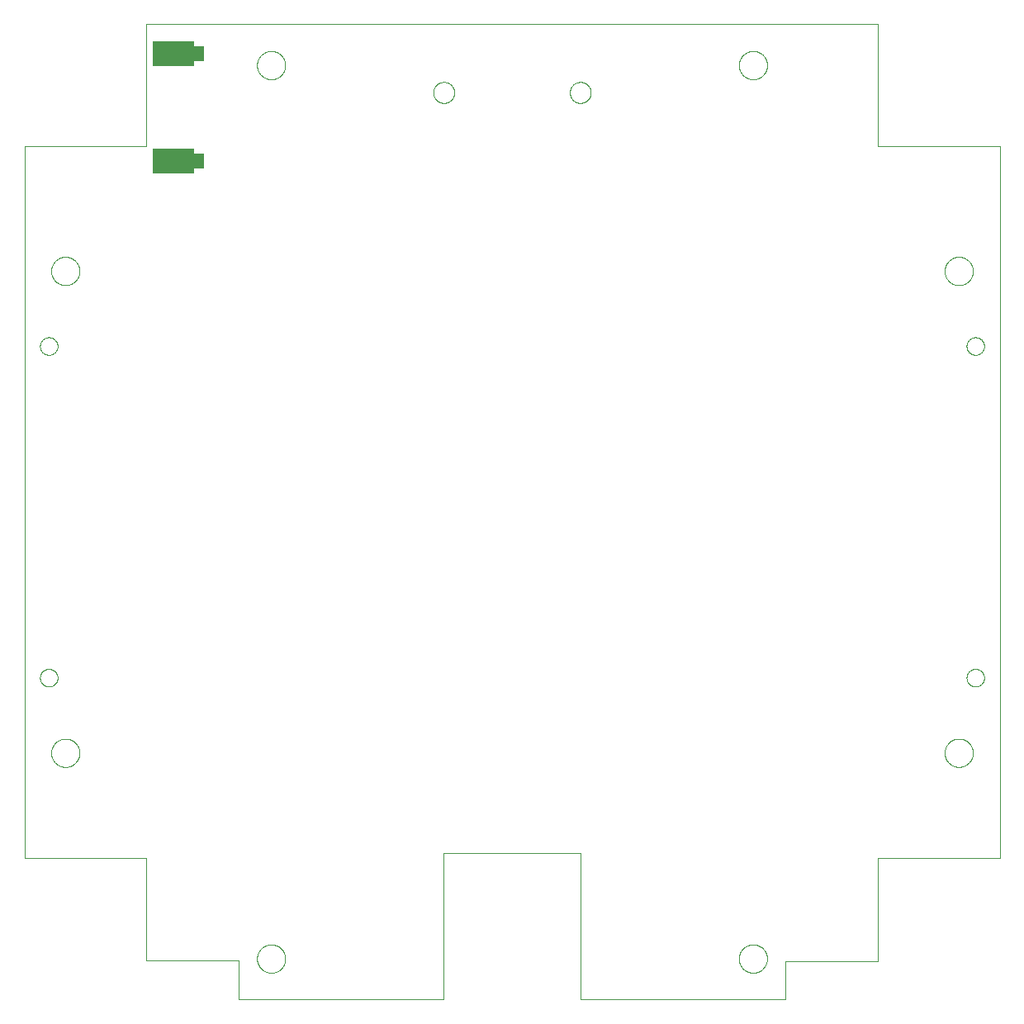
<source format=gtp>
G75*
%MOIN*%
%OFA0B0*%
%FSLAX25Y25*%
%IPPOS*%
%LPD*%
%AMOC8*
5,1,8,0,0,1.08239X$1,22.5*
%
%ADD10C,0.00000*%
%ADD11R,0.16535X0.10236*%
%ADD12R,0.05000X0.05906*%
D10*
X0070882Y0037378D02*
X0108087Y0037378D01*
X0108087Y0021669D01*
X0190961Y0021669D01*
X0190961Y0080724D01*
X0246079Y0080724D01*
X0246079Y0021669D01*
X0328953Y0021669D01*
X0328953Y0037220D01*
X0366157Y0037220D01*
X0366157Y0078756D01*
X0415370Y0078756D01*
X0415370Y0366157D01*
X0366157Y0366157D01*
X0366157Y0415370D01*
X0070882Y0415370D01*
X0070882Y0366157D01*
X0021669Y0366157D01*
X0021669Y0078756D01*
X0070882Y0078756D01*
X0070882Y0037378D01*
X0115567Y0038205D02*
X0115569Y0038356D01*
X0115575Y0038506D01*
X0115585Y0038657D01*
X0115599Y0038807D01*
X0115617Y0038956D01*
X0115638Y0039106D01*
X0115664Y0039254D01*
X0115694Y0039402D01*
X0115727Y0039549D01*
X0115765Y0039695D01*
X0115806Y0039840D01*
X0115851Y0039984D01*
X0115900Y0040126D01*
X0115953Y0040267D01*
X0116009Y0040407D01*
X0116069Y0040545D01*
X0116132Y0040682D01*
X0116200Y0040817D01*
X0116270Y0040950D01*
X0116344Y0041081D01*
X0116422Y0041210D01*
X0116503Y0041337D01*
X0116587Y0041462D01*
X0116675Y0041585D01*
X0116766Y0041705D01*
X0116860Y0041823D01*
X0116957Y0041938D01*
X0117057Y0042051D01*
X0117160Y0042161D01*
X0117266Y0042268D01*
X0117375Y0042373D01*
X0117486Y0042474D01*
X0117600Y0042573D01*
X0117716Y0042668D01*
X0117836Y0042761D01*
X0117957Y0042850D01*
X0118081Y0042936D01*
X0118207Y0043019D01*
X0118335Y0043098D01*
X0118465Y0043174D01*
X0118597Y0043247D01*
X0118731Y0043315D01*
X0118867Y0043381D01*
X0119005Y0043443D01*
X0119144Y0043501D01*
X0119284Y0043555D01*
X0119426Y0043606D01*
X0119569Y0043653D01*
X0119714Y0043696D01*
X0119859Y0043735D01*
X0120006Y0043771D01*
X0120153Y0043802D01*
X0120301Y0043830D01*
X0120450Y0043854D01*
X0120599Y0043874D01*
X0120749Y0043890D01*
X0120899Y0043902D01*
X0121050Y0043910D01*
X0121201Y0043914D01*
X0121351Y0043914D01*
X0121502Y0043910D01*
X0121653Y0043902D01*
X0121803Y0043890D01*
X0121953Y0043874D01*
X0122102Y0043854D01*
X0122251Y0043830D01*
X0122399Y0043802D01*
X0122546Y0043771D01*
X0122693Y0043735D01*
X0122838Y0043696D01*
X0122983Y0043653D01*
X0123126Y0043606D01*
X0123268Y0043555D01*
X0123408Y0043501D01*
X0123547Y0043443D01*
X0123685Y0043381D01*
X0123821Y0043315D01*
X0123955Y0043247D01*
X0124087Y0043174D01*
X0124217Y0043098D01*
X0124345Y0043019D01*
X0124471Y0042936D01*
X0124595Y0042850D01*
X0124716Y0042761D01*
X0124836Y0042668D01*
X0124952Y0042573D01*
X0125066Y0042474D01*
X0125177Y0042373D01*
X0125286Y0042268D01*
X0125392Y0042161D01*
X0125495Y0042051D01*
X0125595Y0041938D01*
X0125692Y0041823D01*
X0125786Y0041705D01*
X0125877Y0041585D01*
X0125965Y0041462D01*
X0126049Y0041337D01*
X0126130Y0041210D01*
X0126208Y0041081D01*
X0126282Y0040950D01*
X0126352Y0040817D01*
X0126420Y0040682D01*
X0126483Y0040545D01*
X0126543Y0040407D01*
X0126599Y0040267D01*
X0126652Y0040126D01*
X0126701Y0039984D01*
X0126746Y0039840D01*
X0126787Y0039695D01*
X0126825Y0039549D01*
X0126858Y0039402D01*
X0126888Y0039254D01*
X0126914Y0039106D01*
X0126935Y0038956D01*
X0126953Y0038807D01*
X0126967Y0038657D01*
X0126977Y0038506D01*
X0126983Y0038356D01*
X0126985Y0038205D01*
X0126983Y0038054D01*
X0126977Y0037904D01*
X0126967Y0037753D01*
X0126953Y0037603D01*
X0126935Y0037454D01*
X0126914Y0037304D01*
X0126888Y0037156D01*
X0126858Y0037008D01*
X0126825Y0036861D01*
X0126787Y0036715D01*
X0126746Y0036570D01*
X0126701Y0036426D01*
X0126652Y0036284D01*
X0126599Y0036143D01*
X0126543Y0036003D01*
X0126483Y0035865D01*
X0126420Y0035728D01*
X0126352Y0035593D01*
X0126282Y0035460D01*
X0126208Y0035329D01*
X0126130Y0035200D01*
X0126049Y0035073D01*
X0125965Y0034948D01*
X0125877Y0034825D01*
X0125786Y0034705D01*
X0125692Y0034587D01*
X0125595Y0034472D01*
X0125495Y0034359D01*
X0125392Y0034249D01*
X0125286Y0034142D01*
X0125177Y0034037D01*
X0125066Y0033936D01*
X0124952Y0033837D01*
X0124836Y0033742D01*
X0124716Y0033649D01*
X0124595Y0033560D01*
X0124471Y0033474D01*
X0124345Y0033391D01*
X0124217Y0033312D01*
X0124087Y0033236D01*
X0123955Y0033163D01*
X0123821Y0033095D01*
X0123685Y0033029D01*
X0123547Y0032967D01*
X0123408Y0032909D01*
X0123268Y0032855D01*
X0123126Y0032804D01*
X0122983Y0032757D01*
X0122838Y0032714D01*
X0122693Y0032675D01*
X0122546Y0032639D01*
X0122399Y0032608D01*
X0122251Y0032580D01*
X0122102Y0032556D01*
X0121953Y0032536D01*
X0121803Y0032520D01*
X0121653Y0032508D01*
X0121502Y0032500D01*
X0121351Y0032496D01*
X0121201Y0032496D01*
X0121050Y0032500D01*
X0120899Y0032508D01*
X0120749Y0032520D01*
X0120599Y0032536D01*
X0120450Y0032556D01*
X0120301Y0032580D01*
X0120153Y0032608D01*
X0120006Y0032639D01*
X0119859Y0032675D01*
X0119714Y0032714D01*
X0119569Y0032757D01*
X0119426Y0032804D01*
X0119284Y0032855D01*
X0119144Y0032909D01*
X0119005Y0032967D01*
X0118867Y0033029D01*
X0118731Y0033095D01*
X0118597Y0033163D01*
X0118465Y0033236D01*
X0118335Y0033312D01*
X0118207Y0033391D01*
X0118081Y0033474D01*
X0117957Y0033560D01*
X0117836Y0033649D01*
X0117716Y0033742D01*
X0117600Y0033837D01*
X0117486Y0033936D01*
X0117375Y0034037D01*
X0117266Y0034142D01*
X0117160Y0034249D01*
X0117057Y0034359D01*
X0116957Y0034472D01*
X0116860Y0034587D01*
X0116766Y0034705D01*
X0116675Y0034825D01*
X0116587Y0034948D01*
X0116503Y0035073D01*
X0116422Y0035200D01*
X0116344Y0035329D01*
X0116270Y0035460D01*
X0116200Y0035593D01*
X0116132Y0035728D01*
X0116069Y0035865D01*
X0116009Y0036003D01*
X0115953Y0036143D01*
X0115900Y0036284D01*
X0115851Y0036426D01*
X0115806Y0036570D01*
X0115765Y0036715D01*
X0115727Y0036861D01*
X0115694Y0037008D01*
X0115664Y0037156D01*
X0115638Y0037304D01*
X0115617Y0037454D01*
X0115599Y0037603D01*
X0115585Y0037753D01*
X0115575Y0037904D01*
X0115569Y0038054D01*
X0115567Y0038205D01*
X0032496Y0121276D02*
X0032498Y0121427D01*
X0032504Y0121577D01*
X0032514Y0121728D01*
X0032528Y0121878D01*
X0032546Y0122027D01*
X0032567Y0122177D01*
X0032593Y0122325D01*
X0032623Y0122473D01*
X0032656Y0122620D01*
X0032694Y0122766D01*
X0032735Y0122911D01*
X0032780Y0123055D01*
X0032829Y0123197D01*
X0032882Y0123338D01*
X0032938Y0123478D01*
X0032998Y0123616D01*
X0033061Y0123753D01*
X0033129Y0123888D01*
X0033199Y0124021D01*
X0033273Y0124152D01*
X0033351Y0124281D01*
X0033432Y0124408D01*
X0033516Y0124533D01*
X0033604Y0124656D01*
X0033695Y0124776D01*
X0033789Y0124894D01*
X0033886Y0125009D01*
X0033986Y0125122D01*
X0034089Y0125232D01*
X0034195Y0125339D01*
X0034304Y0125444D01*
X0034415Y0125545D01*
X0034529Y0125644D01*
X0034645Y0125739D01*
X0034765Y0125832D01*
X0034886Y0125921D01*
X0035010Y0126007D01*
X0035136Y0126090D01*
X0035264Y0126169D01*
X0035394Y0126245D01*
X0035526Y0126318D01*
X0035660Y0126386D01*
X0035796Y0126452D01*
X0035934Y0126514D01*
X0036073Y0126572D01*
X0036213Y0126626D01*
X0036355Y0126677D01*
X0036498Y0126724D01*
X0036643Y0126767D01*
X0036788Y0126806D01*
X0036935Y0126842D01*
X0037082Y0126873D01*
X0037230Y0126901D01*
X0037379Y0126925D01*
X0037528Y0126945D01*
X0037678Y0126961D01*
X0037828Y0126973D01*
X0037979Y0126981D01*
X0038130Y0126985D01*
X0038280Y0126985D01*
X0038431Y0126981D01*
X0038582Y0126973D01*
X0038732Y0126961D01*
X0038882Y0126945D01*
X0039031Y0126925D01*
X0039180Y0126901D01*
X0039328Y0126873D01*
X0039475Y0126842D01*
X0039622Y0126806D01*
X0039767Y0126767D01*
X0039912Y0126724D01*
X0040055Y0126677D01*
X0040197Y0126626D01*
X0040337Y0126572D01*
X0040476Y0126514D01*
X0040614Y0126452D01*
X0040750Y0126386D01*
X0040884Y0126318D01*
X0041016Y0126245D01*
X0041146Y0126169D01*
X0041274Y0126090D01*
X0041400Y0126007D01*
X0041524Y0125921D01*
X0041645Y0125832D01*
X0041765Y0125739D01*
X0041881Y0125644D01*
X0041995Y0125545D01*
X0042106Y0125444D01*
X0042215Y0125339D01*
X0042321Y0125232D01*
X0042424Y0125122D01*
X0042524Y0125009D01*
X0042621Y0124894D01*
X0042715Y0124776D01*
X0042806Y0124656D01*
X0042894Y0124533D01*
X0042978Y0124408D01*
X0043059Y0124281D01*
X0043137Y0124152D01*
X0043211Y0124021D01*
X0043281Y0123888D01*
X0043349Y0123753D01*
X0043412Y0123616D01*
X0043472Y0123478D01*
X0043528Y0123338D01*
X0043581Y0123197D01*
X0043630Y0123055D01*
X0043675Y0122911D01*
X0043716Y0122766D01*
X0043754Y0122620D01*
X0043787Y0122473D01*
X0043817Y0122325D01*
X0043843Y0122177D01*
X0043864Y0122027D01*
X0043882Y0121878D01*
X0043896Y0121728D01*
X0043906Y0121577D01*
X0043912Y0121427D01*
X0043914Y0121276D01*
X0043912Y0121125D01*
X0043906Y0120975D01*
X0043896Y0120824D01*
X0043882Y0120674D01*
X0043864Y0120525D01*
X0043843Y0120375D01*
X0043817Y0120227D01*
X0043787Y0120079D01*
X0043754Y0119932D01*
X0043716Y0119786D01*
X0043675Y0119641D01*
X0043630Y0119497D01*
X0043581Y0119355D01*
X0043528Y0119214D01*
X0043472Y0119074D01*
X0043412Y0118936D01*
X0043349Y0118799D01*
X0043281Y0118664D01*
X0043211Y0118531D01*
X0043137Y0118400D01*
X0043059Y0118271D01*
X0042978Y0118144D01*
X0042894Y0118019D01*
X0042806Y0117896D01*
X0042715Y0117776D01*
X0042621Y0117658D01*
X0042524Y0117543D01*
X0042424Y0117430D01*
X0042321Y0117320D01*
X0042215Y0117213D01*
X0042106Y0117108D01*
X0041995Y0117007D01*
X0041881Y0116908D01*
X0041765Y0116813D01*
X0041645Y0116720D01*
X0041524Y0116631D01*
X0041400Y0116545D01*
X0041274Y0116462D01*
X0041146Y0116383D01*
X0041016Y0116307D01*
X0040884Y0116234D01*
X0040750Y0116166D01*
X0040614Y0116100D01*
X0040476Y0116038D01*
X0040337Y0115980D01*
X0040197Y0115926D01*
X0040055Y0115875D01*
X0039912Y0115828D01*
X0039767Y0115785D01*
X0039622Y0115746D01*
X0039475Y0115710D01*
X0039328Y0115679D01*
X0039180Y0115651D01*
X0039031Y0115627D01*
X0038882Y0115607D01*
X0038732Y0115591D01*
X0038582Y0115579D01*
X0038431Y0115571D01*
X0038280Y0115567D01*
X0038130Y0115567D01*
X0037979Y0115571D01*
X0037828Y0115579D01*
X0037678Y0115591D01*
X0037528Y0115607D01*
X0037379Y0115627D01*
X0037230Y0115651D01*
X0037082Y0115679D01*
X0036935Y0115710D01*
X0036788Y0115746D01*
X0036643Y0115785D01*
X0036498Y0115828D01*
X0036355Y0115875D01*
X0036213Y0115926D01*
X0036073Y0115980D01*
X0035934Y0116038D01*
X0035796Y0116100D01*
X0035660Y0116166D01*
X0035526Y0116234D01*
X0035394Y0116307D01*
X0035264Y0116383D01*
X0035136Y0116462D01*
X0035010Y0116545D01*
X0034886Y0116631D01*
X0034765Y0116720D01*
X0034645Y0116813D01*
X0034529Y0116908D01*
X0034415Y0117007D01*
X0034304Y0117108D01*
X0034195Y0117213D01*
X0034089Y0117320D01*
X0033986Y0117430D01*
X0033886Y0117543D01*
X0033789Y0117658D01*
X0033695Y0117776D01*
X0033604Y0117896D01*
X0033516Y0118019D01*
X0033432Y0118144D01*
X0033351Y0118271D01*
X0033273Y0118400D01*
X0033199Y0118531D01*
X0033129Y0118664D01*
X0033061Y0118799D01*
X0032998Y0118936D01*
X0032938Y0119074D01*
X0032882Y0119214D01*
X0032829Y0119355D01*
X0032780Y0119497D01*
X0032735Y0119641D01*
X0032694Y0119786D01*
X0032656Y0119932D01*
X0032623Y0120079D01*
X0032593Y0120227D01*
X0032567Y0120375D01*
X0032546Y0120525D01*
X0032528Y0120674D01*
X0032514Y0120824D01*
X0032504Y0120975D01*
X0032498Y0121125D01*
X0032496Y0121276D01*
X0027960Y0151591D02*
X0027962Y0151710D01*
X0027968Y0151828D01*
X0027978Y0151947D01*
X0027992Y0152064D01*
X0028009Y0152182D01*
X0028031Y0152299D01*
X0028057Y0152414D01*
X0028086Y0152529D01*
X0028119Y0152643D01*
X0028157Y0152756D01*
X0028197Y0152868D01*
X0028242Y0152978D01*
X0028290Y0153086D01*
X0028342Y0153193D01*
X0028397Y0153298D01*
X0028456Y0153401D01*
X0028518Y0153502D01*
X0028584Y0153601D01*
X0028652Y0153698D01*
X0028724Y0153792D01*
X0028800Y0153884D01*
X0028878Y0153974D01*
X0028959Y0154060D01*
X0029043Y0154144D01*
X0029129Y0154225D01*
X0029219Y0154303D01*
X0029311Y0154379D01*
X0029405Y0154451D01*
X0029502Y0154519D01*
X0029601Y0154585D01*
X0029702Y0154647D01*
X0029805Y0154706D01*
X0029910Y0154761D01*
X0030017Y0154813D01*
X0030125Y0154861D01*
X0030235Y0154906D01*
X0030347Y0154946D01*
X0030460Y0154984D01*
X0030574Y0155017D01*
X0030689Y0155046D01*
X0030804Y0155072D01*
X0030921Y0155094D01*
X0031039Y0155111D01*
X0031156Y0155125D01*
X0031275Y0155135D01*
X0031393Y0155141D01*
X0031512Y0155143D01*
X0031631Y0155141D01*
X0031749Y0155135D01*
X0031868Y0155125D01*
X0031985Y0155111D01*
X0032103Y0155094D01*
X0032220Y0155072D01*
X0032335Y0155046D01*
X0032450Y0155017D01*
X0032564Y0154984D01*
X0032677Y0154946D01*
X0032789Y0154906D01*
X0032899Y0154861D01*
X0033007Y0154813D01*
X0033114Y0154761D01*
X0033219Y0154706D01*
X0033322Y0154647D01*
X0033423Y0154585D01*
X0033522Y0154519D01*
X0033619Y0154451D01*
X0033713Y0154379D01*
X0033805Y0154303D01*
X0033895Y0154225D01*
X0033981Y0154144D01*
X0034065Y0154060D01*
X0034146Y0153974D01*
X0034224Y0153884D01*
X0034300Y0153792D01*
X0034372Y0153698D01*
X0034440Y0153601D01*
X0034506Y0153502D01*
X0034568Y0153401D01*
X0034627Y0153298D01*
X0034682Y0153193D01*
X0034734Y0153086D01*
X0034782Y0152978D01*
X0034827Y0152868D01*
X0034867Y0152756D01*
X0034905Y0152643D01*
X0034938Y0152529D01*
X0034967Y0152414D01*
X0034993Y0152299D01*
X0035015Y0152182D01*
X0035032Y0152064D01*
X0035046Y0151947D01*
X0035056Y0151828D01*
X0035062Y0151710D01*
X0035064Y0151591D01*
X0035062Y0151472D01*
X0035056Y0151354D01*
X0035046Y0151235D01*
X0035032Y0151118D01*
X0035015Y0151000D01*
X0034993Y0150883D01*
X0034967Y0150768D01*
X0034938Y0150653D01*
X0034905Y0150539D01*
X0034867Y0150426D01*
X0034827Y0150314D01*
X0034782Y0150204D01*
X0034734Y0150096D01*
X0034682Y0149989D01*
X0034627Y0149884D01*
X0034568Y0149781D01*
X0034506Y0149680D01*
X0034440Y0149581D01*
X0034372Y0149484D01*
X0034300Y0149390D01*
X0034224Y0149298D01*
X0034146Y0149208D01*
X0034065Y0149122D01*
X0033981Y0149038D01*
X0033895Y0148957D01*
X0033805Y0148879D01*
X0033713Y0148803D01*
X0033619Y0148731D01*
X0033522Y0148663D01*
X0033423Y0148597D01*
X0033322Y0148535D01*
X0033219Y0148476D01*
X0033114Y0148421D01*
X0033007Y0148369D01*
X0032899Y0148321D01*
X0032789Y0148276D01*
X0032677Y0148236D01*
X0032564Y0148198D01*
X0032450Y0148165D01*
X0032335Y0148136D01*
X0032220Y0148110D01*
X0032103Y0148088D01*
X0031985Y0148071D01*
X0031868Y0148057D01*
X0031749Y0148047D01*
X0031631Y0148041D01*
X0031512Y0148039D01*
X0031393Y0148041D01*
X0031275Y0148047D01*
X0031156Y0148057D01*
X0031039Y0148071D01*
X0030921Y0148088D01*
X0030804Y0148110D01*
X0030689Y0148136D01*
X0030574Y0148165D01*
X0030460Y0148198D01*
X0030347Y0148236D01*
X0030235Y0148276D01*
X0030125Y0148321D01*
X0030017Y0148369D01*
X0029910Y0148421D01*
X0029805Y0148476D01*
X0029702Y0148535D01*
X0029601Y0148597D01*
X0029502Y0148663D01*
X0029405Y0148731D01*
X0029311Y0148803D01*
X0029219Y0148879D01*
X0029129Y0148957D01*
X0029043Y0149038D01*
X0028959Y0149122D01*
X0028878Y0149208D01*
X0028800Y0149298D01*
X0028724Y0149390D01*
X0028652Y0149484D01*
X0028584Y0149581D01*
X0028518Y0149680D01*
X0028456Y0149781D01*
X0028397Y0149884D01*
X0028342Y0149989D01*
X0028290Y0150096D01*
X0028242Y0150204D01*
X0028197Y0150314D01*
X0028157Y0150426D01*
X0028119Y0150539D01*
X0028086Y0150653D01*
X0028057Y0150768D01*
X0028031Y0150883D01*
X0028009Y0151000D01*
X0027992Y0151118D01*
X0027978Y0151235D01*
X0027968Y0151354D01*
X0027962Y0151472D01*
X0027960Y0151591D01*
X0027960Y0285449D02*
X0027962Y0285568D01*
X0027968Y0285686D01*
X0027978Y0285805D01*
X0027992Y0285922D01*
X0028009Y0286040D01*
X0028031Y0286157D01*
X0028057Y0286272D01*
X0028086Y0286387D01*
X0028119Y0286501D01*
X0028157Y0286614D01*
X0028197Y0286726D01*
X0028242Y0286836D01*
X0028290Y0286944D01*
X0028342Y0287051D01*
X0028397Y0287156D01*
X0028456Y0287259D01*
X0028518Y0287360D01*
X0028584Y0287459D01*
X0028652Y0287556D01*
X0028724Y0287650D01*
X0028800Y0287742D01*
X0028878Y0287832D01*
X0028959Y0287918D01*
X0029043Y0288002D01*
X0029129Y0288083D01*
X0029219Y0288161D01*
X0029311Y0288237D01*
X0029405Y0288309D01*
X0029502Y0288377D01*
X0029601Y0288443D01*
X0029702Y0288505D01*
X0029805Y0288564D01*
X0029910Y0288619D01*
X0030017Y0288671D01*
X0030125Y0288719D01*
X0030235Y0288764D01*
X0030347Y0288804D01*
X0030460Y0288842D01*
X0030574Y0288875D01*
X0030689Y0288904D01*
X0030804Y0288930D01*
X0030921Y0288952D01*
X0031039Y0288969D01*
X0031156Y0288983D01*
X0031275Y0288993D01*
X0031393Y0288999D01*
X0031512Y0289001D01*
X0031631Y0288999D01*
X0031749Y0288993D01*
X0031868Y0288983D01*
X0031985Y0288969D01*
X0032103Y0288952D01*
X0032220Y0288930D01*
X0032335Y0288904D01*
X0032450Y0288875D01*
X0032564Y0288842D01*
X0032677Y0288804D01*
X0032789Y0288764D01*
X0032899Y0288719D01*
X0033007Y0288671D01*
X0033114Y0288619D01*
X0033219Y0288564D01*
X0033322Y0288505D01*
X0033423Y0288443D01*
X0033522Y0288377D01*
X0033619Y0288309D01*
X0033713Y0288237D01*
X0033805Y0288161D01*
X0033895Y0288083D01*
X0033981Y0288002D01*
X0034065Y0287918D01*
X0034146Y0287832D01*
X0034224Y0287742D01*
X0034300Y0287650D01*
X0034372Y0287556D01*
X0034440Y0287459D01*
X0034506Y0287360D01*
X0034568Y0287259D01*
X0034627Y0287156D01*
X0034682Y0287051D01*
X0034734Y0286944D01*
X0034782Y0286836D01*
X0034827Y0286726D01*
X0034867Y0286614D01*
X0034905Y0286501D01*
X0034938Y0286387D01*
X0034967Y0286272D01*
X0034993Y0286157D01*
X0035015Y0286040D01*
X0035032Y0285922D01*
X0035046Y0285805D01*
X0035056Y0285686D01*
X0035062Y0285568D01*
X0035064Y0285449D01*
X0035062Y0285330D01*
X0035056Y0285212D01*
X0035046Y0285093D01*
X0035032Y0284976D01*
X0035015Y0284858D01*
X0034993Y0284741D01*
X0034967Y0284626D01*
X0034938Y0284511D01*
X0034905Y0284397D01*
X0034867Y0284284D01*
X0034827Y0284172D01*
X0034782Y0284062D01*
X0034734Y0283954D01*
X0034682Y0283847D01*
X0034627Y0283742D01*
X0034568Y0283639D01*
X0034506Y0283538D01*
X0034440Y0283439D01*
X0034372Y0283342D01*
X0034300Y0283248D01*
X0034224Y0283156D01*
X0034146Y0283066D01*
X0034065Y0282980D01*
X0033981Y0282896D01*
X0033895Y0282815D01*
X0033805Y0282737D01*
X0033713Y0282661D01*
X0033619Y0282589D01*
X0033522Y0282521D01*
X0033423Y0282455D01*
X0033322Y0282393D01*
X0033219Y0282334D01*
X0033114Y0282279D01*
X0033007Y0282227D01*
X0032899Y0282179D01*
X0032789Y0282134D01*
X0032677Y0282094D01*
X0032564Y0282056D01*
X0032450Y0282023D01*
X0032335Y0281994D01*
X0032220Y0281968D01*
X0032103Y0281946D01*
X0031985Y0281929D01*
X0031868Y0281915D01*
X0031749Y0281905D01*
X0031631Y0281899D01*
X0031512Y0281897D01*
X0031393Y0281899D01*
X0031275Y0281905D01*
X0031156Y0281915D01*
X0031039Y0281929D01*
X0030921Y0281946D01*
X0030804Y0281968D01*
X0030689Y0281994D01*
X0030574Y0282023D01*
X0030460Y0282056D01*
X0030347Y0282094D01*
X0030235Y0282134D01*
X0030125Y0282179D01*
X0030017Y0282227D01*
X0029910Y0282279D01*
X0029805Y0282334D01*
X0029702Y0282393D01*
X0029601Y0282455D01*
X0029502Y0282521D01*
X0029405Y0282589D01*
X0029311Y0282661D01*
X0029219Y0282737D01*
X0029129Y0282815D01*
X0029043Y0282896D01*
X0028959Y0282980D01*
X0028878Y0283066D01*
X0028800Y0283156D01*
X0028724Y0283248D01*
X0028652Y0283342D01*
X0028584Y0283439D01*
X0028518Y0283538D01*
X0028456Y0283639D01*
X0028397Y0283742D01*
X0028342Y0283847D01*
X0028290Y0283954D01*
X0028242Y0284062D01*
X0028197Y0284172D01*
X0028157Y0284284D01*
X0028119Y0284397D01*
X0028086Y0284511D01*
X0028057Y0284626D01*
X0028031Y0284741D01*
X0028009Y0284858D01*
X0027992Y0284976D01*
X0027978Y0285093D01*
X0027968Y0285212D01*
X0027962Y0285330D01*
X0027960Y0285449D01*
X0032496Y0315764D02*
X0032498Y0315915D01*
X0032504Y0316065D01*
X0032514Y0316216D01*
X0032528Y0316366D01*
X0032546Y0316515D01*
X0032567Y0316665D01*
X0032593Y0316813D01*
X0032623Y0316961D01*
X0032656Y0317108D01*
X0032694Y0317254D01*
X0032735Y0317399D01*
X0032780Y0317543D01*
X0032829Y0317685D01*
X0032882Y0317826D01*
X0032938Y0317966D01*
X0032998Y0318104D01*
X0033061Y0318241D01*
X0033129Y0318376D01*
X0033199Y0318509D01*
X0033273Y0318640D01*
X0033351Y0318769D01*
X0033432Y0318896D01*
X0033516Y0319021D01*
X0033604Y0319144D01*
X0033695Y0319264D01*
X0033789Y0319382D01*
X0033886Y0319497D01*
X0033986Y0319610D01*
X0034089Y0319720D01*
X0034195Y0319827D01*
X0034304Y0319932D01*
X0034415Y0320033D01*
X0034529Y0320132D01*
X0034645Y0320227D01*
X0034765Y0320320D01*
X0034886Y0320409D01*
X0035010Y0320495D01*
X0035136Y0320578D01*
X0035264Y0320657D01*
X0035394Y0320733D01*
X0035526Y0320806D01*
X0035660Y0320874D01*
X0035796Y0320940D01*
X0035934Y0321002D01*
X0036073Y0321060D01*
X0036213Y0321114D01*
X0036355Y0321165D01*
X0036498Y0321212D01*
X0036643Y0321255D01*
X0036788Y0321294D01*
X0036935Y0321330D01*
X0037082Y0321361D01*
X0037230Y0321389D01*
X0037379Y0321413D01*
X0037528Y0321433D01*
X0037678Y0321449D01*
X0037828Y0321461D01*
X0037979Y0321469D01*
X0038130Y0321473D01*
X0038280Y0321473D01*
X0038431Y0321469D01*
X0038582Y0321461D01*
X0038732Y0321449D01*
X0038882Y0321433D01*
X0039031Y0321413D01*
X0039180Y0321389D01*
X0039328Y0321361D01*
X0039475Y0321330D01*
X0039622Y0321294D01*
X0039767Y0321255D01*
X0039912Y0321212D01*
X0040055Y0321165D01*
X0040197Y0321114D01*
X0040337Y0321060D01*
X0040476Y0321002D01*
X0040614Y0320940D01*
X0040750Y0320874D01*
X0040884Y0320806D01*
X0041016Y0320733D01*
X0041146Y0320657D01*
X0041274Y0320578D01*
X0041400Y0320495D01*
X0041524Y0320409D01*
X0041645Y0320320D01*
X0041765Y0320227D01*
X0041881Y0320132D01*
X0041995Y0320033D01*
X0042106Y0319932D01*
X0042215Y0319827D01*
X0042321Y0319720D01*
X0042424Y0319610D01*
X0042524Y0319497D01*
X0042621Y0319382D01*
X0042715Y0319264D01*
X0042806Y0319144D01*
X0042894Y0319021D01*
X0042978Y0318896D01*
X0043059Y0318769D01*
X0043137Y0318640D01*
X0043211Y0318509D01*
X0043281Y0318376D01*
X0043349Y0318241D01*
X0043412Y0318104D01*
X0043472Y0317966D01*
X0043528Y0317826D01*
X0043581Y0317685D01*
X0043630Y0317543D01*
X0043675Y0317399D01*
X0043716Y0317254D01*
X0043754Y0317108D01*
X0043787Y0316961D01*
X0043817Y0316813D01*
X0043843Y0316665D01*
X0043864Y0316515D01*
X0043882Y0316366D01*
X0043896Y0316216D01*
X0043906Y0316065D01*
X0043912Y0315915D01*
X0043914Y0315764D01*
X0043912Y0315613D01*
X0043906Y0315463D01*
X0043896Y0315312D01*
X0043882Y0315162D01*
X0043864Y0315013D01*
X0043843Y0314863D01*
X0043817Y0314715D01*
X0043787Y0314567D01*
X0043754Y0314420D01*
X0043716Y0314274D01*
X0043675Y0314129D01*
X0043630Y0313985D01*
X0043581Y0313843D01*
X0043528Y0313702D01*
X0043472Y0313562D01*
X0043412Y0313424D01*
X0043349Y0313287D01*
X0043281Y0313152D01*
X0043211Y0313019D01*
X0043137Y0312888D01*
X0043059Y0312759D01*
X0042978Y0312632D01*
X0042894Y0312507D01*
X0042806Y0312384D01*
X0042715Y0312264D01*
X0042621Y0312146D01*
X0042524Y0312031D01*
X0042424Y0311918D01*
X0042321Y0311808D01*
X0042215Y0311701D01*
X0042106Y0311596D01*
X0041995Y0311495D01*
X0041881Y0311396D01*
X0041765Y0311301D01*
X0041645Y0311208D01*
X0041524Y0311119D01*
X0041400Y0311033D01*
X0041274Y0310950D01*
X0041146Y0310871D01*
X0041016Y0310795D01*
X0040884Y0310722D01*
X0040750Y0310654D01*
X0040614Y0310588D01*
X0040476Y0310526D01*
X0040337Y0310468D01*
X0040197Y0310414D01*
X0040055Y0310363D01*
X0039912Y0310316D01*
X0039767Y0310273D01*
X0039622Y0310234D01*
X0039475Y0310198D01*
X0039328Y0310167D01*
X0039180Y0310139D01*
X0039031Y0310115D01*
X0038882Y0310095D01*
X0038732Y0310079D01*
X0038582Y0310067D01*
X0038431Y0310059D01*
X0038280Y0310055D01*
X0038130Y0310055D01*
X0037979Y0310059D01*
X0037828Y0310067D01*
X0037678Y0310079D01*
X0037528Y0310095D01*
X0037379Y0310115D01*
X0037230Y0310139D01*
X0037082Y0310167D01*
X0036935Y0310198D01*
X0036788Y0310234D01*
X0036643Y0310273D01*
X0036498Y0310316D01*
X0036355Y0310363D01*
X0036213Y0310414D01*
X0036073Y0310468D01*
X0035934Y0310526D01*
X0035796Y0310588D01*
X0035660Y0310654D01*
X0035526Y0310722D01*
X0035394Y0310795D01*
X0035264Y0310871D01*
X0035136Y0310950D01*
X0035010Y0311033D01*
X0034886Y0311119D01*
X0034765Y0311208D01*
X0034645Y0311301D01*
X0034529Y0311396D01*
X0034415Y0311495D01*
X0034304Y0311596D01*
X0034195Y0311701D01*
X0034089Y0311808D01*
X0033986Y0311918D01*
X0033886Y0312031D01*
X0033789Y0312146D01*
X0033695Y0312264D01*
X0033604Y0312384D01*
X0033516Y0312507D01*
X0033432Y0312632D01*
X0033351Y0312759D01*
X0033273Y0312888D01*
X0033199Y0313019D01*
X0033129Y0313152D01*
X0033061Y0313287D01*
X0032998Y0313424D01*
X0032938Y0313562D01*
X0032882Y0313702D01*
X0032829Y0313843D01*
X0032780Y0313985D01*
X0032735Y0314129D01*
X0032694Y0314274D01*
X0032656Y0314420D01*
X0032623Y0314567D01*
X0032593Y0314715D01*
X0032567Y0314863D01*
X0032546Y0315013D01*
X0032528Y0315162D01*
X0032514Y0315312D01*
X0032504Y0315463D01*
X0032498Y0315613D01*
X0032496Y0315764D01*
X0115567Y0398835D02*
X0115569Y0398986D01*
X0115575Y0399136D01*
X0115585Y0399287D01*
X0115599Y0399437D01*
X0115617Y0399586D01*
X0115638Y0399736D01*
X0115664Y0399884D01*
X0115694Y0400032D01*
X0115727Y0400179D01*
X0115765Y0400325D01*
X0115806Y0400470D01*
X0115851Y0400614D01*
X0115900Y0400756D01*
X0115953Y0400897D01*
X0116009Y0401037D01*
X0116069Y0401175D01*
X0116132Y0401312D01*
X0116200Y0401447D01*
X0116270Y0401580D01*
X0116344Y0401711D01*
X0116422Y0401840D01*
X0116503Y0401967D01*
X0116587Y0402092D01*
X0116675Y0402215D01*
X0116766Y0402335D01*
X0116860Y0402453D01*
X0116957Y0402568D01*
X0117057Y0402681D01*
X0117160Y0402791D01*
X0117266Y0402898D01*
X0117375Y0403003D01*
X0117486Y0403104D01*
X0117600Y0403203D01*
X0117716Y0403298D01*
X0117836Y0403391D01*
X0117957Y0403480D01*
X0118081Y0403566D01*
X0118207Y0403649D01*
X0118335Y0403728D01*
X0118465Y0403804D01*
X0118597Y0403877D01*
X0118731Y0403945D01*
X0118867Y0404011D01*
X0119005Y0404073D01*
X0119144Y0404131D01*
X0119284Y0404185D01*
X0119426Y0404236D01*
X0119569Y0404283D01*
X0119714Y0404326D01*
X0119859Y0404365D01*
X0120006Y0404401D01*
X0120153Y0404432D01*
X0120301Y0404460D01*
X0120450Y0404484D01*
X0120599Y0404504D01*
X0120749Y0404520D01*
X0120899Y0404532D01*
X0121050Y0404540D01*
X0121201Y0404544D01*
X0121351Y0404544D01*
X0121502Y0404540D01*
X0121653Y0404532D01*
X0121803Y0404520D01*
X0121953Y0404504D01*
X0122102Y0404484D01*
X0122251Y0404460D01*
X0122399Y0404432D01*
X0122546Y0404401D01*
X0122693Y0404365D01*
X0122838Y0404326D01*
X0122983Y0404283D01*
X0123126Y0404236D01*
X0123268Y0404185D01*
X0123408Y0404131D01*
X0123547Y0404073D01*
X0123685Y0404011D01*
X0123821Y0403945D01*
X0123955Y0403877D01*
X0124087Y0403804D01*
X0124217Y0403728D01*
X0124345Y0403649D01*
X0124471Y0403566D01*
X0124595Y0403480D01*
X0124716Y0403391D01*
X0124836Y0403298D01*
X0124952Y0403203D01*
X0125066Y0403104D01*
X0125177Y0403003D01*
X0125286Y0402898D01*
X0125392Y0402791D01*
X0125495Y0402681D01*
X0125595Y0402568D01*
X0125692Y0402453D01*
X0125786Y0402335D01*
X0125877Y0402215D01*
X0125965Y0402092D01*
X0126049Y0401967D01*
X0126130Y0401840D01*
X0126208Y0401711D01*
X0126282Y0401580D01*
X0126352Y0401447D01*
X0126420Y0401312D01*
X0126483Y0401175D01*
X0126543Y0401037D01*
X0126599Y0400897D01*
X0126652Y0400756D01*
X0126701Y0400614D01*
X0126746Y0400470D01*
X0126787Y0400325D01*
X0126825Y0400179D01*
X0126858Y0400032D01*
X0126888Y0399884D01*
X0126914Y0399736D01*
X0126935Y0399586D01*
X0126953Y0399437D01*
X0126967Y0399287D01*
X0126977Y0399136D01*
X0126983Y0398986D01*
X0126985Y0398835D01*
X0126983Y0398684D01*
X0126977Y0398534D01*
X0126967Y0398383D01*
X0126953Y0398233D01*
X0126935Y0398084D01*
X0126914Y0397934D01*
X0126888Y0397786D01*
X0126858Y0397638D01*
X0126825Y0397491D01*
X0126787Y0397345D01*
X0126746Y0397200D01*
X0126701Y0397056D01*
X0126652Y0396914D01*
X0126599Y0396773D01*
X0126543Y0396633D01*
X0126483Y0396495D01*
X0126420Y0396358D01*
X0126352Y0396223D01*
X0126282Y0396090D01*
X0126208Y0395959D01*
X0126130Y0395830D01*
X0126049Y0395703D01*
X0125965Y0395578D01*
X0125877Y0395455D01*
X0125786Y0395335D01*
X0125692Y0395217D01*
X0125595Y0395102D01*
X0125495Y0394989D01*
X0125392Y0394879D01*
X0125286Y0394772D01*
X0125177Y0394667D01*
X0125066Y0394566D01*
X0124952Y0394467D01*
X0124836Y0394372D01*
X0124716Y0394279D01*
X0124595Y0394190D01*
X0124471Y0394104D01*
X0124345Y0394021D01*
X0124217Y0393942D01*
X0124087Y0393866D01*
X0123955Y0393793D01*
X0123821Y0393725D01*
X0123685Y0393659D01*
X0123547Y0393597D01*
X0123408Y0393539D01*
X0123268Y0393485D01*
X0123126Y0393434D01*
X0122983Y0393387D01*
X0122838Y0393344D01*
X0122693Y0393305D01*
X0122546Y0393269D01*
X0122399Y0393238D01*
X0122251Y0393210D01*
X0122102Y0393186D01*
X0121953Y0393166D01*
X0121803Y0393150D01*
X0121653Y0393138D01*
X0121502Y0393130D01*
X0121351Y0393126D01*
X0121201Y0393126D01*
X0121050Y0393130D01*
X0120899Y0393138D01*
X0120749Y0393150D01*
X0120599Y0393166D01*
X0120450Y0393186D01*
X0120301Y0393210D01*
X0120153Y0393238D01*
X0120006Y0393269D01*
X0119859Y0393305D01*
X0119714Y0393344D01*
X0119569Y0393387D01*
X0119426Y0393434D01*
X0119284Y0393485D01*
X0119144Y0393539D01*
X0119005Y0393597D01*
X0118867Y0393659D01*
X0118731Y0393725D01*
X0118597Y0393793D01*
X0118465Y0393866D01*
X0118335Y0393942D01*
X0118207Y0394021D01*
X0118081Y0394104D01*
X0117957Y0394190D01*
X0117836Y0394279D01*
X0117716Y0394372D01*
X0117600Y0394467D01*
X0117486Y0394566D01*
X0117375Y0394667D01*
X0117266Y0394772D01*
X0117160Y0394879D01*
X0117057Y0394989D01*
X0116957Y0395102D01*
X0116860Y0395217D01*
X0116766Y0395335D01*
X0116675Y0395455D01*
X0116587Y0395578D01*
X0116503Y0395703D01*
X0116422Y0395830D01*
X0116344Y0395959D01*
X0116270Y0396090D01*
X0116200Y0396223D01*
X0116132Y0396358D01*
X0116069Y0396495D01*
X0116009Y0396633D01*
X0115953Y0396773D01*
X0115900Y0396914D01*
X0115851Y0397056D01*
X0115806Y0397200D01*
X0115765Y0397345D01*
X0115727Y0397491D01*
X0115694Y0397638D01*
X0115664Y0397786D01*
X0115638Y0397934D01*
X0115617Y0398084D01*
X0115599Y0398233D01*
X0115585Y0398383D01*
X0115575Y0398534D01*
X0115569Y0398684D01*
X0115567Y0398835D01*
X0186729Y0387811D02*
X0186731Y0387941D01*
X0186737Y0388070D01*
X0186747Y0388200D01*
X0186761Y0388329D01*
X0186779Y0388457D01*
X0186800Y0388585D01*
X0186826Y0388712D01*
X0186856Y0388838D01*
X0186889Y0388964D01*
X0186926Y0389088D01*
X0186967Y0389211D01*
X0187012Y0389333D01*
X0187061Y0389453D01*
X0187113Y0389572D01*
X0187168Y0389689D01*
X0187228Y0389804D01*
X0187291Y0389918D01*
X0187357Y0390029D01*
X0187427Y0390139D01*
X0187500Y0390246D01*
X0187576Y0390351D01*
X0187655Y0390453D01*
X0187738Y0390553D01*
X0187823Y0390651D01*
X0187912Y0390746D01*
X0188003Y0390838D01*
X0188097Y0390927D01*
X0188194Y0391013D01*
X0188294Y0391096D01*
X0188395Y0391177D01*
X0188500Y0391254D01*
X0188606Y0391328D01*
X0188715Y0391398D01*
X0188826Y0391465D01*
X0188939Y0391529D01*
X0189054Y0391589D01*
X0189171Y0391646D01*
X0189289Y0391699D01*
X0189409Y0391748D01*
X0189531Y0391794D01*
X0189653Y0391836D01*
X0189777Y0391874D01*
X0189902Y0391908D01*
X0190028Y0391939D01*
X0190155Y0391966D01*
X0190283Y0391988D01*
X0190411Y0392007D01*
X0190540Y0392022D01*
X0190669Y0392033D01*
X0190799Y0392040D01*
X0190929Y0392043D01*
X0191058Y0392042D01*
X0191188Y0392037D01*
X0191317Y0392028D01*
X0191446Y0392015D01*
X0191575Y0391998D01*
X0191703Y0391977D01*
X0191830Y0391953D01*
X0191957Y0391924D01*
X0192082Y0391892D01*
X0192207Y0391855D01*
X0192330Y0391815D01*
X0192452Y0391772D01*
X0192573Y0391724D01*
X0192692Y0391673D01*
X0192810Y0391618D01*
X0192925Y0391559D01*
X0193039Y0391497D01*
X0193151Y0391432D01*
X0193261Y0391363D01*
X0193369Y0391291D01*
X0193475Y0391216D01*
X0193578Y0391137D01*
X0193679Y0391055D01*
X0193777Y0390970D01*
X0193872Y0390883D01*
X0193965Y0390792D01*
X0194055Y0390699D01*
X0194142Y0390602D01*
X0194226Y0390504D01*
X0194307Y0390402D01*
X0194385Y0390299D01*
X0194459Y0390192D01*
X0194531Y0390084D01*
X0194599Y0389974D01*
X0194663Y0389861D01*
X0194724Y0389747D01*
X0194782Y0389630D01*
X0194836Y0389513D01*
X0194886Y0389393D01*
X0194933Y0389272D01*
X0194976Y0389150D01*
X0195015Y0389026D01*
X0195050Y0388901D01*
X0195082Y0388775D01*
X0195109Y0388649D01*
X0195133Y0388521D01*
X0195153Y0388393D01*
X0195169Y0388264D01*
X0195181Y0388135D01*
X0195189Y0388005D01*
X0195193Y0387876D01*
X0195193Y0387746D01*
X0195189Y0387617D01*
X0195181Y0387487D01*
X0195169Y0387358D01*
X0195153Y0387229D01*
X0195133Y0387101D01*
X0195109Y0386973D01*
X0195082Y0386847D01*
X0195050Y0386721D01*
X0195015Y0386596D01*
X0194976Y0386472D01*
X0194933Y0386350D01*
X0194886Y0386229D01*
X0194836Y0386109D01*
X0194782Y0385992D01*
X0194724Y0385875D01*
X0194663Y0385761D01*
X0194599Y0385648D01*
X0194531Y0385538D01*
X0194459Y0385430D01*
X0194385Y0385323D01*
X0194307Y0385220D01*
X0194226Y0385118D01*
X0194142Y0385020D01*
X0194055Y0384923D01*
X0193965Y0384830D01*
X0193872Y0384739D01*
X0193777Y0384652D01*
X0193679Y0384567D01*
X0193578Y0384485D01*
X0193475Y0384406D01*
X0193369Y0384331D01*
X0193261Y0384259D01*
X0193151Y0384190D01*
X0193039Y0384125D01*
X0192925Y0384063D01*
X0192810Y0384004D01*
X0192692Y0383949D01*
X0192573Y0383898D01*
X0192452Y0383850D01*
X0192330Y0383807D01*
X0192207Y0383767D01*
X0192082Y0383730D01*
X0191957Y0383698D01*
X0191830Y0383669D01*
X0191703Y0383645D01*
X0191575Y0383624D01*
X0191446Y0383607D01*
X0191317Y0383594D01*
X0191188Y0383585D01*
X0191058Y0383580D01*
X0190929Y0383579D01*
X0190799Y0383582D01*
X0190669Y0383589D01*
X0190540Y0383600D01*
X0190411Y0383615D01*
X0190283Y0383634D01*
X0190155Y0383656D01*
X0190028Y0383683D01*
X0189902Y0383714D01*
X0189777Y0383748D01*
X0189653Y0383786D01*
X0189531Y0383828D01*
X0189409Y0383874D01*
X0189289Y0383923D01*
X0189171Y0383976D01*
X0189054Y0384033D01*
X0188939Y0384093D01*
X0188826Y0384157D01*
X0188715Y0384224D01*
X0188606Y0384294D01*
X0188500Y0384368D01*
X0188395Y0384445D01*
X0188294Y0384526D01*
X0188194Y0384609D01*
X0188097Y0384695D01*
X0188003Y0384784D01*
X0187912Y0384876D01*
X0187823Y0384971D01*
X0187738Y0385069D01*
X0187655Y0385169D01*
X0187576Y0385271D01*
X0187500Y0385376D01*
X0187427Y0385483D01*
X0187357Y0385593D01*
X0187291Y0385704D01*
X0187228Y0385818D01*
X0187168Y0385933D01*
X0187113Y0386050D01*
X0187061Y0386169D01*
X0187012Y0386289D01*
X0186967Y0386411D01*
X0186926Y0386534D01*
X0186889Y0386658D01*
X0186856Y0386784D01*
X0186826Y0386910D01*
X0186800Y0387037D01*
X0186779Y0387165D01*
X0186761Y0387293D01*
X0186747Y0387422D01*
X0186737Y0387552D01*
X0186731Y0387681D01*
X0186729Y0387811D01*
X0241847Y0387811D02*
X0241849Y0387941D01*
X0241855Y0388070D01*
X0241865Y0388200D01*
X0241879Y0388329D01*
X0241897Y0388457D01*
X0241918Y0388585D01*
X0241944Y0388712D01*
X0241974Y0388838D01*
X0242007Y0388964D01*
X0242044Y0389088D01*
X0242085Y0389211D01*
X0242130Y0389333D01*
X0242179Y0389453D01*
X0242231Y0389572D01*
X0242286Y0389689D01*
X0242346Y0389804D01*
X0242409Y0389918D01*
X0242475Y0390029D01*
X0242545Y0390139D01*
X0242618Y0390246D01*
X0242694Y0390351D01*
X0242773Y0390453D01*
X0242856Y0390553D01*
X0242941Y0390651D01*
X0243030Y0390746D01*
X0243121Y0390838D01*
X0243215Y0390927D01*
X0243312Y0391013D01*
X0243412Y0391096D01*
X0243513Y0391177D01*
X0243618Y0391254D01*
X0243724Y0391328D01*
X0243833Y0391398D01*
X0243944Y0391465D01*
X0244057Y0391529D01*
X0244172Y0391589D01*
X0244289Y0391646D01*
X0244407Y0391699D01*
X0244527Y0391748D01*
X0244649Y0391794D01*
X0244771Y0391836D01*
X0244895Y0391874D01*
X0245020Y0391908D01*
X0245146Y0391939D01*
X0245273Y0391966D01*
X0245401Y0391988D01*
X0245529Y0392007D01*
X0245658Y0392022D01*
X0245787Y0392033D01*
X0245917Y0392040D01*
X0246047Y0392043D01*
X0246176Y0392042D01*
X0246306Y0392037D01*
X0246435Y0392028D01*
X0246564Y0392015D01*
X0246693Y0391998D01*
X0246821Y0391977D01*
X0246948Y0391953D01*
X0247075Y0391924D01*
X0247200Y0391892D01*
X0247325Y0391855D01*
X0247448Y0391815D01*
X0247570Y0391772D01*
X0247691Y0391724D01*
X0247810Y0391673D01*
X0247928Y0391618D01*
X0248043Y0391559D01*
X0248157Y0391497D01*
X0248269Y0391432D01*
X0248379Y0391363D01*
X0248487Y0391291D01*
X0248593Y0391216D01*
X0248696Y0391137D01*
X0248797Y0391055D01*
X0248895Y0390970D01*
X0248990Y0390883D01*
X0249083Y0390792D01*
X0249173Y0390699D01*
X0249260Y0390602D01*
X0249344Y0390504D01*
X0249425Y0390402D01*
X0249503Y0390299D01*
X0249577Y0390192D01*
X0249649Y0390084D01*
X0249717Y0389974D01*
X0249781Y0389861D01*
X0249842Y0389747D01*
X0249900Y0389630D01*
X0249954Y0389513D01*
X0250004Y0389393D01*
X0250051Y0389272D01*
X0250094Y0389150D01*
X0250133Y0389026D01*
X0250168Y0388901D01*
X0250200Y0388775D01*
X0250227Y0388649D01*
X0250251Y0388521D01*
X0250271Y0388393D01*
X0250287Y0388264D01*
X0250299Y0388135D01*
X0250307Y0388005D01*
X0250311Y0387876D01*
X0250311Y0387746D01*
X0250307Y0387617D01*
X0250299Y0387487D01*
X0250287Y0387358D01*
X0250271Y0387229D01*
X0250251Y0387101D01*
X0250227Y0386973D01*
X0250200Y0386847D01*
X0250168Y0386721D01*
X0250133Y0386596D01*
X0250094Y0386472D01*
X0250051Y0386350D01*
X0250004Y0386229D01*
X0249954Y0386109D01*
X0249900Y0385992D01*
X0249842Y0385875D01*
X0249781Y0385761D01*
X0249717Y0385648D01*
X0249649Y0385538D01*
X0249577Y0385430D01*
X0249503Y0385323D01*
X0249425Y0385220D01*
X0249344Y0385118D01*
X0249260Y0385020D01*
X0249173Y0384923D01*
X0249083Y0384830D01*
X0248990Y0384739D01*
X0248895Y0384652D01*
X0248797Y0384567D01*
X0248696Y0384485D01*
X0248593Y0384406D01*
X0248487Y0384331D01*
X0248379Y0384259D01*
X0248269Y0384190D01*
X0248157Y0384125D01*
X0248043Y0384063D01*
X0247928Y0384004D01*
X0247810Y0383949D01*
X0247691Y0383898D01*
X0247570Y0383850D01*
X0247448Y0383807D01*
X0247325Y0383767D01*
X0247200Y0383730D01*
X0247075Y0383698D01*
X0246948Y0383669D01*
X0246821Y0383645D01*
X0246693Y0383624D01*
X0246564Y0383607D01*
X0246435Y0383594D01*
X0246306Y0383585D01*
X0246176Y0383580D01*
X0246047Y0383579D01*
X0245917Y0383582D01*
X0245787Y0383589D01*
X0245658Y0383600D01*
X0245529Y0383615D01*
X0245401Y0383634D01*
X0245273Y0383656D01*
X0245146Y0383683D01*
X0245020Y0383714D01*
X0244895Y0383748D01*
X0244771Y0383786D01*
X0244649Y0383828D01*
X0244527Y0383874D01*
X0244407Y0383923D01*
X0244289Y0383976D01*
X0244172Y0384033D01*
X0244057Y0384093D01*
X0243944Y0384157D01*
X0243833Y0384224D01*
X0243724Y0384294D01*
X0243618Y0384368D01*
X0243513Y0384445D01*
X0243412Y0384526D01*
X0243312Y0384609D01*
X0243215Y0384695D01*
X0243121Y0384784D01*
X0243030Y0384876D01*
X0242941Y0384971D01*
X0242856Y0385069D01*
X0242773Y0385169D01*
X0242694Y0385271D01*
X0242618Y0385376D01*
X0242545Y0385483D01*
X0242475Y0385593D01*
X0242409Y0385704D01*
X0242346Y0385818D01*
X0242286Y0385933D01*
X0242231Y0386050D01*
X0242179Y0386169D01*
X0242130Y0386289D01*
X0242085Y0386411D01*
X0242044Y0386534D01*
X0242007Y0386658D01*
X0241974Y0386784D01*
X0241944Y0386910D01*
X0241918Y0387037D01*
X0241897Y0387165D01*
X0241879Y0387293D01*
X0241865Y0387422D01*
X0241855Y0387552D01*
X0241849Y0387681D01*
X0241847Y0387811D01*
X0310055Y0398835D02*
X0310057Y0398986D01*
X0310063Y0399136D01*
X0310073Y0399287D01*
X0310087Y0399437D01*
X0310105Y0399586D01*
X0310126Y0399736D01*
X0310152Y0399884D01*
X0310182Y0400032D01*
X0310215Y0400179D01*
X0310253Y0400325D01*
X0310294Y0400470D01*
X0310339Y0400614D01*
X0310388Y0400756D01*
X0310441Y0400897D01*
X0310497Y0401037D01*
X0310557Y0401175D01*
X0310620Y0401312D01*
X0310688Y0401447D01*
X0310758Y0401580D01*
X0310832Y0401711D01*
X0310910Y0401840D01*
X0310991Y0401967D01*
X0311075Y0402092D01*
X0311163Y0402215D01*
X0311254Y0402335D01*
X0311348Y0402453D01*
X0311445Y0402568D01*
X0311545Y0402681D01*
X0311648Y0402791D01*
X0311754Y0402898D01*
X0311863Y0403003D01*
X0311974Y0403104D01*
X0312088Y0403203D01*
X0312204Y0403298D01*
X0312324Y0403391D01*
X0312445Y0403480D01*
X0312569Y0403566D01*
X0312695Y0403649D01*
X0312823Y0403728D01*
X0312953Y0403804D01*
X0313085Y0403877D01*
X0313219Y0403945D01*
X0313355Y0404011D01*
X0313493Y0404073D01*
X0313632Y0404131D01*
X0313772Y0404185D01*
X0313914Y0404236D01*
X0314057Y0404283D01*
X0314202Y0404326D01*
X0314347Y0404365D01*
X0314494Y0404401D01*
X0314641Y0404432D01*
X0314789Y0404460D01*
X0314938Y0404484D01*
X0315087Y0404504D01*
X0315237Y0404520D01*
X0315387Y0404532D01*
X0315538Y0404540D01*
X0315689Y0404544D01*
X0315839Y0404544D01*
X0315990Y0404540D01*
X0316141Y0404532D01*
X0316291Y0404520D01*
X0316441Y0404504D01*
X0316590Y0404484D01*
X0316739Y0404460D01*
X0316887Y0404432D01*
X0317034Y0404401D01*
X0317181Y0404365D01*
X0317326Y0404326D01*
X0317471Y0404283D01*
X0317614Y0404236D01*
X0317756Y0404185D01*
X0317896Y0404131D01*
X0318035Y0404073D01*
X0318173Y0404011D01*
X0318309Y0403945D01*
X0318443Y0403877D01*
X0318575Y0403804D01*
X0318705Y0403728D01*
X0318833Y0403649D01*
X0318959Y0403566D01*
X0319083Y0403480D01*
X0319204Y0403391D01*
X0319324Y0403298D01*
X0319440Y0403203D01*
X0319554Y0403104D01*
X0319665Y0403003D01*
X0319774Y0402898D01*
X0319880Y0402791D01*
X0319983Y0402681D01*
X0320083Y0402568D01*
X0320180Y0402453D01*
X0320274Y0402335D01*
X0320365Y0402215D01*
X0320453Y0402092D01*
X0320537Y0401967D01*
X0320618Y0401840D01*
X0320696Y0401711D01*
X0320770Y0401580D01*
X0320840Y0401447D01*
X0320908Y0401312D01*
X0320971Y0401175D01*
X0321031Y0401037D01*
X0321087Y0400897D01*
X0321140Y0400756D01*
X0321189Y0400614D01*
X0321234Y0400470D01*
X0321275Y0400325D01*
X0321313Y0400179D01*
X0321346Y0400032D01*
X0321376Y0399884D01*
X0321402Y0399736D01*
X0321423Y0399586D01*
X0321441Y0399437D01*
X0321455Y0399287D01*
X0321465Y0399136D01*
X0321471Y0398986D01*
X0321473Y0398835D01*
X0321471Y0398684D01*
X0321465Y0398534D01*
X0321455Y0398383D01*
X0321441Y0398233D01*
X0321423Y0398084D01*
X0321402Y0397934D01*
X0321376Y0397786D01*
X0321346Y0397638D01*
X0321313Y0397491D01*
X0321275Y0397345D01*
X0321234Y0397200D01*
X0321189Y0397056D01*
X0321140Y0396914D01*
X0321087Y0396773D01*
X0321031Y0396633D01*
X0320971Y0396495D01*
X0320908Y0396358D01*
X0320840Y0396223D01*
X0320770Y0396090D01*
X0320696Y0395959D01*
X0320618Y0395830D01*
X0320537Y0395703D01*
X0320453Y0395578D01*
X0320365Y0395455D01*
X0320274Y0395335D01*
X0320180Y0395217D01*
X0320083Y0395102D01*
X0319983Y0394989D01*
X0319880Y0394879D01*
X0319774Y0394772D01*
X0319665Y0394667D01*
X0319554Y0394566D01*
X0319440Y0394467D01*
X0319324Y0394372D01*
X0319204Y0394279D01*
X0319083Y0394190D01*
X0318959Y0394104D01*
X0318833Y0394021D01*
X0318705Y0393942D01*
X0318575Y0393866D01*
X0318443Y0393793D01*
X0318309Y0393725D01*
X0318173Y0393659D01*
X0318035Y0393597D01*
X0317896Y0393539D01*
X0317756Y0393485D01*
X0317614Y0393434D01*
X0317471Y0393387D01*
X0317326Y0393344D01*
X0317181Y0393305D01*
X0317034Y0393269D01*
X0316887Y0393238D01*
X0316739Y0393210D01*
X0316590Y0393186D01*
X0316441Y0393166D01*
X0316291Y0393150D01*
X0316141Y0393138D01*
X0315990Y0393130D01*
X0315839Y0393126D01*
X0315689Y0393126D01*
X0315538Y0393130D01*
X0315387Y0393138D01*
X0315237Y0393150D01*
X0315087Y0393166D01*
X0314938Y0393186D01*
X0314789Y0393210D01*
X0314641Y0393238D01*
X0314494Y0393269D01*
X0314347Y0393305D01*
X0314202Y0393344D01*
X0314057Y0393387D01*
X0313914Y0393434D01*
X0313772Y0393485D01*
X0313632Y0393539D01*
X0313493Y0393597D01*
X0313355Y0393659D01*
X0313219Y0393725D01*
X0313085Y0393793D01*
X0312953Y0393866D01*
X0312823Y0393942D01*
X0312695Y0394021D01*
X0312569Y0394104D01*
X0312445Y0394190D01*
X0312324Y0394279D01*
X0312204Y0394372D01*
X0312088Y0394467D01*
X0311974Y0394566D01*
X0311863Y0394667D01*
X0311754Y0394772D01*
X0311648Y0394879D01*
X0311545Y0394989D01*
X0311445Y0395102D01*
X0311348Y0395217D01*
X0311254Y0395335D01*
X0311163Y0395455D01*
X0311075Y0395578D01*
X0310991Y0395703D01*
X0310910Y0395830D01*
X0310832Y0395959D01*
X0310758Y0396090D01*
X0310688Y0396223D01*
X0310620Y0396358D01*
X0310557Y0396495D01*
X0310497Y0396633D01*
X0310441Y0396773D01*
X0310388Y0396914D01*
X0310339Y0397056D01*
X0310294Y0397200D01*
X0310253Y0397345D01*
X0310215Y0397491D01*
X0310182Y0397638D01*
X0310152Y0397786D01*
X0310126Y0397934D01*
X0310105Y0398084D01*
X0310087Y0398233D01*
X0310073Y0398383D01*
X0310063Y0398534D01*
X0310057Y0398684D01*
X0310055Y0398835D01*
X0393126Y0315764D02*
X0393128Y0315915D01*
X0393134Y0316065D01*
X0393144Y0316216D01*
X0393158Y0316366D01*
X0393176Y0316515D01*
X0393197Y0316665D01*
X0393223Y0316813D01*
X0393253Y0316961D01*
X0393286Y0317108D01*
X0393324Y0317254D01*
X0393365Y0317399D01*
X0393410Y0317543D01*
X0393459Y0317685D01*
X0393512Y0317826D01*
X0393568Y0317966D01*
X0393628Y0318104D01*
X0393691Y0318241D01*
X0393759Y0318376D01*
X0393829Y0318509D01*
X0393903Y0318640D01*
X0393981Y0318769D01*
X0394062Y0318896D01*
X0394146Y0319021D01*
X0394234Y0319144D01*
X0394325Y0319264D01*
X0394419Y0319382D01*
X0394516Y0319497D01*
X0394616Y0319610D01*
X0394719Y0319720D01*
X0394825Y0319827D01*
X0394934Y0319932D01*
X0395045Y0320033D01*
X0395159Y0320132D01*
X0395275Y0320227D01*
X0395395Y0320320D01*
X0395516Y0320409D01*
X0395640Y0320495D01*
X0395766Y0320578D01*
X0395894Y0320657D01*
X0396024Y0320733D01*
X0396156Y0320806D01*
X0396290Y0320874D01*
X0396426Y0320940D01*
X0396564Y0321002D01*
X0396703Y0321060D01*
X0396843Y0321114D01*
X0396985Y0321165D01*
X0397128Y0321212D01*
X0397273Y0321255D01*
X0397418Y0321294D01*
X0397565Y0321330D01*
X0397712Y0321361D01*
X0397860Y0321389D01*
X0398009Y0321413D01*
X0398158Y0321433D01*
X0398308Y0321449D01*
X0398458Y0321461D01*
X0398609Y0321469D01*
X0398760Y0321473D01*
X0398910Y0321473D01*
X0399061Y0321469D01*
X0399212Y0321461D01*
X0399362Y0321449D01*
X0399512Y0321433D01*
X0399661Y0321413D01*
X0399810Y0321389D01*
X0399958Y0321361D01*
X0400105Y0321330D01*
X0400252Y0321294D01*
X0400397Y0321255D01*
X0400542Y0321212D01*
X0400685Y0321165D01*
X0400827Y0321114D01*
X0400967Y0321060D01*
X0401106Y0321002D01*
X0401244Y0320940D01*
X0401380Y0320874D01*
X0401514Y0320806D01*
X0401646Y0320733D01*
X0401776Y0320657D01*
X0401904Y0320578D01*
X0402030Y0320495D01*
X0402154Y0320409D01*
X0402275Y0320320D01*
X0402395Y0320227D01*
X0402511Y0320132D01*
X0402625Y0320033D01*
X0402736Y0319932D01*
X0402845Y0319827D01*
X0402951Y0319720D01*
X0403054Y0319610D01*
X0403154Y0319497D01*
X0403251Y0319382D01*
X0403345Y0319264D01*
X0403436Y0319144D01*
X0403524Y0319021D01*
X0403608Y0318896D01*
X0403689Y0318769D01*
X0403767Y0318640D01*
X0403841Y0318509D01*
X0403911Y0318376D01*
X0403979Y0318241D01*
X0404042Y0318104D01*
X0404102Y0317966D01*
X0404158Y0317826D01*
X0404211Y0317685D01*
X0404260Y0317543D01*
X0404305Y0317399D01*
X0404346Y0317254D01*
X0404384Y0317108D01*
X0404417Y0316961D01*
X0404447Y0316813D01*
X0404473Y0316665D01*
X0404494Y0316515D01*
X0404512Y0316366D01*
X0404526Y0316216D01*
X0404536Y0316065D01*
X0404542Y0315915D01*
X0404544Y0315764D01*
X0404542Y0315613D01*
X0404536Y0315463D01*
X0404526Y0315312D01*
X0404512Y0315162D01*
X0404494Y0315013D01*
X0404473Y0314863D01*
X0404447Y0314715D01*
X0404417Y0314567D01*
X0404384Y0314420D01*
X0404346Y0314274D01*
X0404305Y0314129D01*
X0404260Y0313985D01*
X0404211Y0313843D01*
X0404158Y0313702D01*
X0404102Y0313562D01*
X0404042Y0313424D01*
X0403979Y0313287D01*
X0403911Y0313152D01*
X0403841Y0313019D01*
X0403767Y0312888D01*
X0403689Y0312759D01*
X0403608Y0312632D01*
X0403524Y0312507D01*
X0403436Y0312384D01*
X0403345Y0312264D01*
X0403251Y0312146D01*
X0403154Y0312031D01*
X0403054Y0311918D01*
X0402951Y0311808D01*
X0402845Y0311701D01*
X0402736Y0311596D01*
X0402625Y0311495D01*
X0402511Y0311396D01*
X0402395Y0311301D01*
X0402275Y0311208D01*
X0402154Y0311119D01*
X0402030Y0311033D01*
X0401904Y0310950D01*
X0401776Y0310871D01*
X0401646Y0310795D01*
X0401514Y0310722D01*
X0401380Y0310654D01*
X0401244Y0310588D01*
X0401106Y0310526D01*
X0400967Y0310468D01*
X0400827Y0310414D01*
X0400685Y0310363D01*
X0400542Y0310316D01*
X0400397Y0310273D01*
X0400252Y0310234D01*
X0400105Y0310198D01*
X0399958Y0310167D01*
X0399810Y0310139D01*
X0399661Y0310115D01*
X0399512Y0310095D01*
X0399362Y0310079D01*
X0399212Y0310067D01*
X0399061Y0310059D01*
X0398910Y0310055D01*
X0398760Y0310055D01*
X0398609Y0310059D01*
X0398458Y0310067D01*
X0398308Y0310079D01*
X0398158Y0310095D01*
X0398009Y0310115D01*
X0397860Y0310139D01*
X0397712Y0310167D01*
X0397565Y0310198D01*
X0397418Y0310234D01*
X0397273Y0310273D01*
X0397128Y0310316D01*
X0396985Y0310363D01*
X0396843Y0310414D01*
X0396703Y0310468D01*
X0396564Y0310526D01*
X0396426Y0310588D01*
X0396290Y0310654D01*
X0396156Y0310722D01*
X0396024Y0310795D01*
X0395894Y0310871D01*
X0395766Y0310950D01*
X0395640Y0311033D01*
X0395516Y0311119D01*
X0395395Y0311208D01*
X0395275Y0311301D01*
X0395159Y0311396D01*
X0395045Y0311495D01*
X0394934Y0311596D01*
X0394825Y0311701D01*
X0394719Y0311808D01*
X0394616Y0311918D01*
X0394516Y0312031D01*
X0394419Y0312146D01*
X0394325Y0312264D01*
X0394234Y0312384D01*
X0394146Y0312507D01*
X0394062Y0312632D01*
X0393981Y0312759D01*
X0393903Y0312888D01*
X0393829Y0313019D01*
X0393759Y0313152D01*
X0393691Y0313287D01*
X0393628Y0313424D01*
X0393568Y0313562D01*
X0393512Y0313702D01*
X0393459Y0313843D01*
X0393410Y0313985D01*
X0393365Y0314129D01*
X0393324Y0314274D01*
X0393286Y0314420D01*
X0393253Y0314567D01*
X0393223Y0314715D01*
X0393197Y0314863D01*
X0393176Y0315013D01*
X0393158Y0315162D01*
X0393144Y0315312D01*
X0393134Y0315463D01*
X0393128Y0315613D01*
X0393126Y0315764D01*
X0401976Y0285449D02*
X0401978Y0285568D01*
X0401984Y0285686D01*
X0401994Y0285805D01*
X0402008Y0285922D01*
X0402025Y0286040D01*
X0402047Y0286157D01*
X0402073Y0286272D01*
X0402102Y0286387D01*
X0402135Y0286501D01*
X0402173Y0286614D01*
X0402213Y0286726D01*
X0402258Y0286836D01*
X0402306Y0286944D01*
X0402358Y0287051D01*
X0402413Y0287156D01*
X0402472Y0287259D01*
X0402534Y0287360D01*
X0402600Y0287459D01*
X0402668Y0287556D01*
X0402740Y0287650D01*
X0402816Y0287742D01*
X0402894Y0287832D01*
X0402975Y0287918D01*
X0403059Y0288002D01*
X0403145Y0288083D01*
X0403235Y0288161D01*
X0403327Y0288237D01*
X0403421Y0288309D01*
X0403518Y0288377D01*
X0403617Y0288443D01*
X0403718Y0288505D01*
X0403821Y0288564D01*
X0403926Y0288619D01*
X0404033Y0288671D01*
X0404141Y0288719D01*
X0404251Y0288764D01*
X0404363Y0288804D01*
X0404476Y0288842D01*
X0404590Y0288875D01*
X0404705Y0288904D01*
X0404820Y0288930D01*
X0404937Y0288952D01*
X0405055Y0288969D01*
X0405172Y0288983D01*
X0405291Y0288993D01*
X0405409Y0288999D01*
X0405528Y0289001D01*
X0405647Y0288999D01*
X0405765Y0288993D01*
X0405884Y0288983D01*
X0406001Y0288969D01*
X0406119Y0288952D01*
X0406236Y0288930D01*
X0406351Y0288904D01*
X0406466Y0288875D01*
X0406580Y0288842D01*
X0406693Y0288804D01*
X0406805Y0288764D01*
X0406915Y0288719D01*
X0407023Y0288671D01*
X0407130Y0288619D01*
X0407235Y0288564D01*
X0407338Y0288505D01*
X0407439Y0288443D01*
X0407538Y0288377D01*
X0407635Y0288309D01*
X0407729Y0288237D01*
X0407821Y0288161D01*
X0407911Y0288083D01*
X0407997Y0288002D01*
X0408081Y0287918D01*
X0408162Y0287832D01*
X0408240Y0287742D01*
X0408316Y0287650D01*
X0408388Y0287556D01*
X0408456Y0287459D01*
X0408522Y0287360D01*
X0408584Y0287259D01*
X0408643Y0287156D01*
X0408698Y0287051D01*
X0408750Y0286944D01*
X0408798Y0286836D01*
X0408843Y0286726D01*
X0408883Y0286614D01*
X0408921Y0286501D01*
X0408954Y0286387D01*
X0408983Y0286272D01*
X0409009Y0286157D01*
X0409031Y0286040D01*
X0409048Y0285922D01*
X0409062Y0285805D01*
X0409072Y0285686D01*
X0409078Y0285568D01*
X0409080Y0285449D01*
X0409078Y0285330D01*
X0409072Y0285212D01*
X0409062Y0285093D01*
X0409048Y0284976D01*
X0409031Y0284858D01*
X0409009Y0284741D01*
X0408983Y0284626D01*
X0408954Y0284511D01*
X0408921Y0284397D01*
X0408883Y0284284D01*
X0408843Y0284172D01*
X0408798Y0284062D01*
X0408750Y0283954D01*
X0408698Y0283847D01*
X0408643Y0283742D01*
X0408584Y0283639D01*
X0408522Y0283538D01*
X0408456Y0283439D01*
X0408388Y0283342D01*
X0408316Y0283248D01*
X0408240Y0283156D01*
X0408162Y0283066D01*
X0408081Y0282980D01*
X0407997Y0282896D01*
X0407911Y0282815D01*
X0407821Y0282737D01*
X0407729Y0282661D01*
X0407635Y0282589D01*
X0407538Y0282521D01*
X0407439Y0282455D01*
X0407338Y0282393D01*
X0407235Y0282334D01*
X0407130Y0282279D01*
X0407023Y0282227D01*
X0406915Y0282179D01*
X0406805Y0282134D01*
X0406693Y0282094D01*
X0406580Y0282056D01*
X0406466Y0282023D01*
X0406351Y0281994D01*
X0406236Y0281968D01*
X0406119Y0281946D01*
X0406001Y0281929D01*
X0405884Y0281915D01*
X0405765Y0281905D01*
X0405647Y0281899D01*
X0405528Y0281897D01*
X0405409Y0281899D01*
X0405291Y0281905D01*
X0405172Y0281915D01*
X0405055Y0281929D01*
X0404937Y0281946D01*
X0404820Y0281968D01*
X0404705Y0281994D01*
X0404590Y0282023D01*
X0404476Y0282056D01*
X0404363Y0282094D01*
X0404251Y0282134D01*
X0404141Y0282179D01*
X0404033Y0282227D01*
X0403926Y0282279D01*
X0403821Y0282334D01*
X0403718Y0282393D01*
X0403617Y0282455D01*
X0403518Y0282521D01*
X0403421Y0282589D01*
X0403327Y0282661D01*
X0403235Y0282737D01*
X0403145Y0282815D01*
X0403059Y0282896D01*
X0402975Y0282980D01*
X0402894Y0283066D01*
X0402816Y0283156D01*
X0402740Y0283248D01*
X0402668Y0283342D01*
X0402600Y0283439D01*
X0402534Y0283538D01*
X0402472Y0283639D01*
X0402413Y0283742D01*
X0402358Y0283847D01*
X0402306Y0283954D01*
X0402258Y0284062D01*
X0402213Y0284172D01*
X0402173Y0284284D01*
X0402135Y0284397D01*
X0402102Y0284511D01*
X0402073Y0284626D01*
X0402047Y0284741D01*
X0402025Y0284858D01*
X0402008Y0284976D01*
X0401994Y0285093D01*
X0401984Y0285212D01*
X0401978Y0285330D01*
X0401976Y0285449D01*
X0401976Y0151591D02*
X0401978Y0151710D01*
X0401984Y0151828D01*
X0401994Y0151947D01*
X0402008Y0152064D01*
X0402025Y0152182D01*
X0402047Y0152299D01*
X0402073Y0152414D01*
X0402102Y0152529D01*
X0402135Y0152643D01*
X0402173Y0152756D01*
X0402213Y0152868D01*
X0402258Y0152978D01*
X0402306Y0153086D01*
X0402358Y0153193D01*
X0402413Y0153298D01*
X0402472Y0153401D01*
X0402534Y0153502D01*
X0402600Y0153601D01*
X0402668Y0153698D01*
X0402740Y0153792D01*
X0402816Y0153884D01*
X0402894Y0153974D01*
X0402975Y0154060D01*
X0403059Y0154144D01*
X0403145Y0154225D01*
X0403235Y0154303D01*
X0403327Y0154379D01*
X0403421Y0154451D01*
X0403518Y0154519D01*
X0403617Y0154585D01*
X0403718Y0154647D01*
X0403821Y0154706D01*
X0403926Y0154761D01*
X0404033Y0154813D01*
X0404141Y0154861D01*
X0404251Y0154906D01*
X0404363Y0154946D01*
X0404476Y0154984D01*
X0404590Y0155017D01*
X0404705Y0155046D01*
X0404820Y0155072D01*
X0404937Y0155094D01*
X0405055Y0155111D01*
X0405172Y0155125D01*
X0405291Y0155135D01*
X0405409Y0155141D01*
X0405528Y0155143D01*
X0405647Y0155141D01*
X0405765Y0155135D01*
X0405884Y0155125D01*
X0406001Y0155111D01*
X0406119Y0155094D01*
X0406236Y0155072D01*
X0406351Y0155046D01*
X0406466Y0155017D01*
X0406580Y0154984D01*
X0406693Y0154946D01*
X0406805Y0154906D01*
X0406915Y0154861D01*
X0407023Y0154813D01*
X0407130Y0154761D01*
X0407235Y0154706D01*
X0407338Y0154647D01*
X0407439Y0154585D01*
X0407538Y0154519D01*
X0407635Y0154451D01*
X0407729Y0154379D01*
X0407821Y0154303D01*
X0407911Y0154225D01*
X0407997Y0154144D01*
X0408081Y0154060D01*
X0408162Y0153974D01*
X0408240Y0153884D01*
X0408316Y0153792D01*
X0408388Y0153698D01*
X0408456Y0153601D01*
X0408522Y0153502D01*
X0408584Y0153401D01*
X0408643Y0153298D01*
X0408698Y0153193D01*
X0408750Y0153086D01*
X0408798Y0152978D01*
X0408843Y0152868D01*
X0408883Y0152756D01*
X0408921Y0152643D01*
X0408954Y0152529D01*
X0408983Y0152414D01*
X0409009Y0152299D01*
X0409031Y0152182D01*
X0409048Y0152064D01*
X0409062Y0151947D01*
X0409072Y0151828D01*
X0409078Y0151710D01*
X0409080Y0151591D01*
X0409078Y0151472D01*
X0409072Y0151354D01*
X0409062Y0151235D01*
X0409048Y0151118D01*
X0409031Y0151000D01*
X0409009Y0150883D01*
X0408983Y0150768D01*
X0408954Y0150653D01*
X0408921Y0150539D01*
X0408883Y0150426D01*
X0408843Y0150314D01*
X0408798Y0150204D01*
X0408750Y0150096D01*
X0408698Y0149989D01*
X0408643Y0149884D01*
X0408584Y0149781D01*
X0408522Y0149680D01*
X0408456Y0149581D01*
X0408388Y0149484D01*
X0408316Y0149390D01*
X0408240Y0149298D01*
X0408162Y0149208D01*
X0408081Y0149122D01*
X0407997Y0149038D01*
X0407911Y0148957D01*
X0407821Y0148879D01*
X0407729Y0148803D01*
X0407635Y0148731D01*
X0407538Y0148663D01*
X0407439Y0148597D01*
X0407338Y0148535D01*
X0407235Y0148476D01*
X0407130Y0148421D01*
X0407023Y0148369D01*
X0406915Y0148321D01*
X0406805Y0148276D01*
X0406693Y0148236D01*
X0406580Y0148198D01*
X0406466Y0148165D01*
X0406351Y0148136D01*
X0406236Y0148110D01*
X0406119Y0148088D01*
X0406001Y0148071D01*
X0405884Y0148057D01*
X0405765Y0148047D01*
X0405647Y0148041D01*
X0405528Y0148039D01*
X0405409Y0148041D01*
X0405291Y0148047D01*
X0405172Y0148057D01*
X0405055Y0148071D01*
X0404937Y0148088D01*
X0404820Y0148110D01*
X0404705Y0148136D01*
X0404590Y0148165D01*
X0404476Y0148198D01*
X0404363Y0148236D01*
X0404251Y0148276D01*
X0404141Y0148321D01*
X0404033Y0148369D01*
X0403926Y0148421D01*
X0403821Y0148476D01*
X0403718Y0148535D01*
X0403617Y0148597D01*
X0403518Y0148663D01*
X0403421Y0148731D01*
X0403327Y0148803D01*
X0403235Y0148879D01*
X0403145Y0148957D01*
X0403059Y0149038D01*
X0402975Y0149122D01*
X0402894Y0149208D01*
X0402816Y0149298D01*
X0402740Y0149390D01*
X0402668Y0149484D01*
X0402600Y0149581D01*
X0402534Y0149680D01*
X0402472Y0149781D01*
X0402413Y0149884D01*
X0402358Y0149989D01*
X0402306Y0150096D01*
X0402258Y0150204D01*
X0402213Y0150314D01*
X0402173Y0150426D01*
X0402135Y0150539D01*
X0402102Y0150653D01*
X0402073Y0150768D01*
X0402047Y0150883D01*
X0402025Y0151000D01*
X0402008Y0151118D01*
X0401994Y0151235D01*
X0401984Y0151354D01*
X0401978Y0151472D01*
X0401976Y0151591D01*
X0393126Y0121276D02*
X0393128Y0121427D01*
X0393134Y0121577D01*
X0393144Y0121728D01*
X0393158Y0121878D01*
X0393176Y0122027D01*
X0393197Y0122177D01*
X0393223Y0122325D01*
X0393253Y0122473D01*
X0393286Y0122620D01*
X0393324Y0122766D01*
X0393365Y0122911D01*
X0393410Y0123055D01*
X0393459Y0123197D01*
X0393512Y0123338D01*
X0393568Y0123478D01*
X0393628Y0123616D01*
X0393691Y0123753D01*
X0393759Y0123888D01*
X0393829Y0124021D01*
X0393903Y0124152D01*
X0393981Y0124281D01*
X0394062Y0124408D01*
X0394146Y0124533D01*
X0394234Y0124656D01*
X0394325Y0124776D01*
X0394419Y0124894D01*
X0394516Y0125009D01*
X0394616Y0125122D01*
X0394719Y0125232D01*
X0394825Y0125339D01*
X0394934Y0125444D01*
X0395045Y0125545D01*
X0395159Y0125644D01*
X0395275Y0125739D01*
X0395395Y0125832D01*
X0395516Y0125921D01*
X0395640Y0126007D01*
X0395766Y0126090D01*
X0395894Y0126169D01*
X0396024Y0126245D01*
X0396156Y0126318D01*
X0396290Y0126386D01*
X0396426Y0126452D01*
X0396564Y0126514D01*
X0396703Y0126572D01*
X0396843Y0126626D01*
X0396985Y0126677D01*
X0397128Y0126724D01*
X0397273Y0126767D01*
X0397418Y0126806D01*
X0397565Y0126842D01*
X0397712Y0126873D01*
X0397860Y0126901D01*
X0398009Y0126925D01*
X0398158Y0126945D01*
X0398308Y0126961D01*
X0398458Y0126973D01*
X0398609Y0126981D01*
X0398760Y0126985D01*
X0398910Y0126985D01*
X0399061Y0126981D01*
X0399212Y0126973D01*
X0399362Y0126961D01*
X0399512Y0126945D01*
X0399661Y0126925D01*
X0399810Y0126901D01*
X0399958Y0126873D01*
X0400105Y0126842D01*
X0400252Y0126806D01*
X0400397Y0126767D01*
X0400542Y0126724D01*
X0400685Y0126677D01*
X0400827Y0126626D01*
X0400967Y0126572D01*
X0401106Y0126514D01*
X0401244Y0126452D01*
X0401380Y0126386D01*
X0401514Y0126318D01*
X0401646Y0126245D01*
X0401776Y0126169D01*
X0401904Y0126090D01*
X0402030Y0126007D01*
X0402154Y0125921D01*
X0402275Y0125832D01*
X0402395Y0125739D01*
X0402511Y0125644D01*
X0402625Y0125545D01*
X0402736Y0125444D01*
X0402845Y0125339D01*
X0402951Y0125232D01*
X0403054Y0125122D01*
X0403154Y0125009D01*
X0403251Y0124894D01*
X0403345Y0124776D01*
X0403436Y0124656D01*
X0403524Y0124533D01*
X0403608Y0124408D01*
X0403689Y0124281D01*
X0403767Y0124152D01*
X0403841Y0124021D01*
X0403911Y0123888D01*
X0403979Y0123753D01*
X0404042Y0123616D01*
X0404102Y0123478D01*
X0404158Y0123338D01*
X0404211Y0123197D01*
X0404260Y0123055D01*
X0404305Y0122911D01*
X0404346Y0122766D01*
X0404384Y0122620D01*
X0404417Y0122473D01*
X0404447Y0122325D01*
X0404473Y0122177D01*
X0404494Y0122027D01*
X0404512Y0121878D01*
X0404526Y0121728D01*
X0404536Y0121577D01*
X0404542Y0121427D01*
X0404544Y0121276D01*
X0404542Y0121125D01*
X0404536Y0120975D01*
X0404526Y0120824D01*
X0404512Y0120674D01*
X0404494Y0120525D01*
X0404473Y0120375D01*
X0404447Y0120227D01*
X0404417Y0120079D01*
X0404384Y0119932D01*
X0404346Y0119786D01*
X0404305Y0119641D01*
X0404260Y0119497D01*
X0404211Y0119355D01*
X0404158Y0119214D01*
X0404102Y0119074D01*
X0404042Y0118936D01*
X0403979Y0118799D01*
X0403911Y0118664D01*
X0403841Y0118531D01*
X0403767Y0118400D01*
X0403689Y0118271D01*
X0403608Y0118144D01*
X0403524Y0118019D01*
X0403436Y0117896D01*
X0403345Y0117776D01*
X0403251Y0117658D01*
X0403154Y0117543D01*
X0403054Y0117430D01*
X0402951Y0117320D01*
X0402845Y0117213D01*
X0402736Y0117108D01*
X0402625Y0117007D01*
X0402511Y0116908D01*
X0402395Y0116813D01*
X0402275Y0116720D01*
X0402154Y0116631D01*
X0402030Y0116545D01*
X0401904Y0116462D01*
X0401776Y0116383D01*
X0401646Y0116307D01*
X0401514Y0116234D01*
X0401380Y0116166D01*
X0401244Y0116100D01*
X0401106Y0116038D01*
X0400967Y0115980D01*
X0400827Y0115926D01*
X0400685Y0115875D01*
X0400542Y0115828D01*
X0400397Y0115785D01*
X0400252Y0115746D01*
X0400105Y0115710D01*
X0399958Y0115679D01*
X0399810Y0115651D01*
X0399661Y0115627D01*
X0399512Y0115607D01*
X0399362Y0115591D01*
X0399212Y0115579D01*
X0399061Y0115571D01*
X0398910Y0115567D01*
X0398760Y0115567D01*
X0398609Y0115571D01*
X0398458Y0115579D01*
X0398308Y0115591D01*
X0398158Y0115607D01*
X0398009Y0115627D01*
X0397860Y0115651D01*
X0397712Y0115679D01*
X0397565Y0115710D01*
X0397418Y0115746D01*
X0397273Y0115785D01*
X0397128Y0115828D01*
X0396985Y0115875D01*
X0396843Y0115926D01*
X0396703Y0115980D01*
X0396564Y0116038D01*
X0396426Y0116100D01*
X0396290Y0116166D01*
X0396156Y0116234D01*
X0396024Y0116307D01*
X0395894Y0116383D01*
X0395766Y0116462D01*
X0395640Y0116545D01*
X0395516Y0116631D01*
X0395395Y0116720D01*
X0395275Y0116813D01*
X0395159Y0116908D01*
X0395045Y0117007D01*
X0394934Y0117108D01*
X0394825Y0117213D01*
X0394719Y0117320D01*
X0394616Y0117430D01*
X0394516Y0117543D01*
X0394419Y0117658D01*
X0394325Y0117776D01*
X0394234Y0117896D01*
X0394146Y0118019D01*
X0394062Y0118144D01*
X0393981Y0118271D01*
X0393903Y0118400D01*
X0393829Y0118531D01*
X0393759Y0118664D01*
X0393691Y0118799D01*
X0393628Y0118936D01*
X0393568Y0119074D01*
X0393512Y0119214D01*
X0393459Y0119355D01*
X0393410Y0119497D01*
X0393365Y0119641D01*
X0393324Y0119786D01*
X0393286Y0119932D01*
X0393253Y0120079D01*
X0393223Y0120227D01*
X0393197Y0120375D01*
X0393176Y0120525D01*
X0393158Y0120674D01*
X0393144Y0120824D01*
X0393134Y0120975D01*
X0393128Y0121125D01*
X0393126Y0121276D01*
X0310055Y0038205D02*
X0310057Y0038356D01*
X0310063Y0038506D01*
X0310073Y0038657D01*
X0310087Y0038807D01*
X0310105Y0038956D01*
X0310126Y0039106D01*
X0310152Y0039254D01*
X0310182Y0039402D01*
X0310215Y0039549D01*
X0310253Y0039695D01*
X0310294Y0039840D01*
X0310339Y0039984D01*
X0310388Y0040126D01*
X0310441Y0040267D01*
X0310497Y0040407D01*
X0310557Y0040545D01*
X0310620Y0040682D01*
X0310688Y0040817D01*
X0310758Y0040950D01*
X0310832Y0041081D01*
X0310910Y0041210D01*
X0310991Y0041337D01*
X0311075Y0041462D01*
X0311163Y0041585D01*
X0311254Y0041705D01*
X0311348Y0041823D01*
X0311445Y0041938D01*
X0311545Y0042051D01*
X0311648Y0042161D01*
X0311754Y0042268D01*
X0311863Y0042373D01*
X0311974Y0042474D01*
X0312088Y0042573D01*
X0312204Y0042668D01*
X0312324Y0042761D01*
X0312445Y0042850D01*
X0312569Y0042936D01*
X0312695Y0043019D01*
X0312823Y0043098D01*
X0312953Y0043174D01*
X0313085Y0043247D01*
X0313219Y0043315D01*
X0313355Y0043381D01*
X0313493Y0043443D01*
X0313632Y0043501D01*
X0313772Y0043555D01*
X0313914Y0043606D01*
X0314057Y0043653D01*
X0314202Y0043696D01*
X0314347Y0043735D01*
X0314494Y0043771D01*
X0314641Y0043802D01*
X0314789Y0043830D01*
X0314938Y0043854D01*
X0315087Y0043874D01*
X0315237Y0043890D01*
X0315387Y0043902D01*
X0315538Y0043910D01*
X0315689Y0043914D01*
X0315839Y0043914D01*
X0315990Y0043910D01*
X0316141Y0043902D01*
X0316291Y0043890D01*
X0316441Y0043874D01*
X0316590Y0043854D01*
X0316739Y0043830D01*
X0316887Y0043802D01*
X0317034Y0043771D01*
X0317181Y0043735D01*
X0317326Y0043696D01*
X0317471Y0043653D01*
X0317614Y0043606D01*
X0317756Y0043555D01*
X0317896Y0043501D01*
X0318035Y0043443D01*
X0318173Y0043381D01*
X0318309Y0043315D01*
X0318443Y0043247D01*
X0318575Y0043174D01*
X0318705Y0043098D01*
X0318833Y0043019D01*
X0318959Y0042936D01*
X0319083Y0042850D01*
X0319204Y0042761D01*
X0319324Y0042668D01*
X0319440Y0042573D01*
X0319554Y0042474D01*
X0319665Y0042373D01*
X0319774Y0042268D01*
X0319880Y0042161D01*
X0319983Y0042051D01*
X0320083Y0041938D01*
X0320180Y0041823D01*
X0320274Y0041705D01*
X0320365Y0041585D01*
X0320453Y0041462D01*
X0320537Y0041337D01*
X0320618Y0041210D01*
X0320696Y0041081D01*
X0320770Y0040950D01*
X0320840Y0040817D01*
X0320908Y0040682D01*
X0320971Y0040545D01*
X0321031Y0040407D01*
X0321087Y0040267D01*
X0321140Y0040126D01*
X0321189Y0039984D01*
X0321234Y0039840D01*
X0321275Y0039695D01*
X0321313Y0039549D01*
X0321346Y0039402D01*
X0321376Y0039254D01*
X0321402Y0039106D01*
X0321423Y0038956D01*
X0321441Y0038807D01*
X0321455Y0038657D01*
X0321465Y0038506D01*
X0321471Y0038356D01*
X0321473Y0038205D01*
X0321471Y0038054D01*
X0321465Y0037904D01*
X0321455Y0037753D01*
X0321441Y0037603D01*
X0321423Y0037454D01*
X0321402Y0037304D01*
X0321376Y0037156D01*
X0321346Y0037008D01*
X0321313Y0036861D01*
X0321275Y0036715D01*
X0321234Y0036570D01*
X0321189Y0036426D01*
X0321140Y0036284D01*
X0321087Y0036143D01*
X0321031Y0036003D01*
X0320971Y0035865D01*
X0320908Y0035728D01*
X0320840Y0035593D01*
X0320770Y0035460D01*
X0320696Y0035329D01*
X0320618Y0035200D01*
X0320537Y0035073D01*
X0320453Y0034948D01*
X0320365Y0034825D01*
X0320274Y0034705D01*
X0320180Y0034587D01*
X0320083Y0034472D01*
X0319983Y0034359D01*
X0319880Y0034249D01*
X0319774Y0034142D01*
X0319665Y0034037D01*
X0319554Y0033936D01*
X0319440Y0033837D01*
X0319324Y0033742D01*
X0319204Y0033649D01*
X0319083Y0033560D01*
X0318959Y0033474D01*
X0318833Y0033391D01*
X0318705Y0033312D01*
X0318575Y0033236D01*
X0318443Y0033163D01*
X0318309Y0033095D01*
X0318173Y0033029D01*
X0318035Y0032967D01*
X0317896Y0032909D01*
X0317756Y0032855D01*
X0317614Y0032804D01*
X0317471Y0032757D01*
X0317326Y0032714D01*
X0317181Y0032675D01*
X0317034Y0032639D01*
X0316887Y0032608D01*
X0316739Y0032580D01*
X0316590Y0032556D01*
X0316441Y0032536D01*
X0316291Y0032520D01*
X0316141Y0032508D01*
X0315990Y0032500D01*
X0315839Y0032496D01*
X0315689Y0032496D01*
X0315538Y0032500D01*
X0315387Y0032508D01*
X0315237Y0032520D01*
X0315087Y0032536D01*
X0314938Y0032556D01*
X0314789Y0032580D01*
X0314641Y0032608D01*
X0314494Y0032639D01*
X0314347Y0032675D01*
X0314202Y0032714D01*
X0314057Y0032757D01*
X0313914Y0032804D01*
X0313772Y0032855D01*
X0313632Y0032909D01*
X0313493Y0032967D01*
X0313355Y0033029D01*
X0313219Y0033095D01*
X0313085Y0033163D01*
X0312953Y0033236D01*
X0312823Y0033312D01*
X0312695Y0033391D01*
X0312569Y0033474D01*
X0312445Y0033560D01*
X0312324Y0033649D01*
X0312204Y0033742D01*
X0312088Y0033837D01*
X0311974Y0033936D01*
X0311863Y0034037D01*
X0311754Y0034142D01*
X0311648Y0034249D01*
X0311545Y0034359D01*
X0311445Y0034472D01*
X0311348Y0034587D01*
X0311254Y0034705D01*
X0311163Y0034825D01*
X0311075Y0034948D01*
X0310991Y0035073D01*
X0310910Y0035200D01*
X0310832Y0035329D01*
X0310758Y0035460D01*
X0310688Y0035593D01*
X0310620Y0035728D01*
X0310557Y0035865D01*
X0310497Y0036003D01*
X0310441Y0036143D01*
X0310388Y0036284D01*
X0310339Y0036426D01*
X0310294Y0036570D01*
X0310253Y0036715D01*
X0310215Y0036861D01*
X0310182Y0037008D01*
X0310152Y0037156D01*
X0310126Y0037304D01*
X0310105Y0037454D01*
X0310087Y0037603D01*
X0310073Y0037753D01*
X0310063Y0037904D01*
X0310057Y0038054D01*
X0310055Y0038205D01*
D11*
X0081709Y0360252D03*
X0081709Y0403559D03*
D12*
X0091709Y0403559D03*
X0091709Y0360252D03*
M02*

</source>
